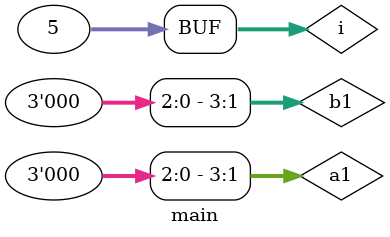
<source format=v>
`timescale 1ns / 1ps


module main;
    reg [3:0] a1;
    reg [3:0] b1;
    reg cin;
    wire [3:0] sum;
    integer i;
    
    adder add0 (.a(a),
                .b(b),
                .cin(cin),
                .cout(cout),
                .sum(sum));
    initial begin
        a1 <= 0;
        b1 <= 0;
        cin <= 0;
    
        $monitor ("a=0x%0h, b=0x%0h, c=0x%0h sum=0x%0h", a1, b1, cin, cout, sum);
    
        for (i = 0; i < 5; i = i+1) begin
            #10 a1 <= $random;
                b1 <= $random;
                cin <= $random;
        end
    end
endmodule

</source>
